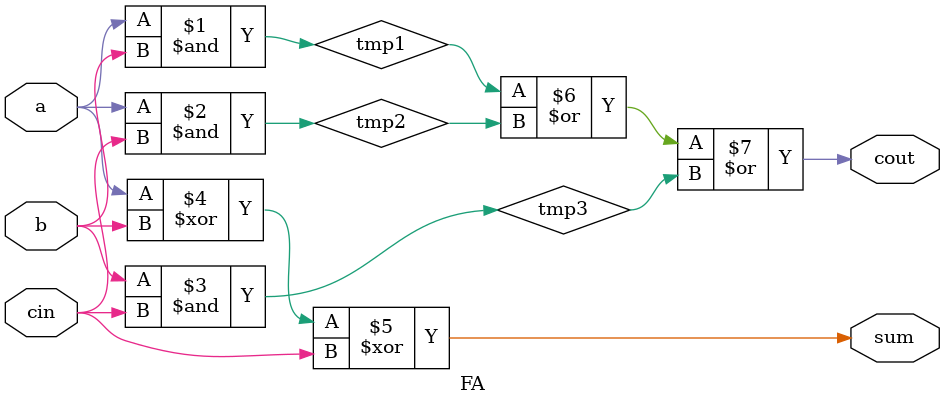
<source format=v>
`timescale 1ns/1ns
module FA(a, b, cin, cout, sum);
input a, b, cin;
output cout, sum;

wire tmp1, tmp2, tmp3;

and ( tmp1, a, b );
and ( tmp2, a, cin );
and ( tmp3, b, cin );

xor ( sum, a, b, cin );
or ( cout, tmp1, tmp2, tmp3 );

endmodule

</source>
